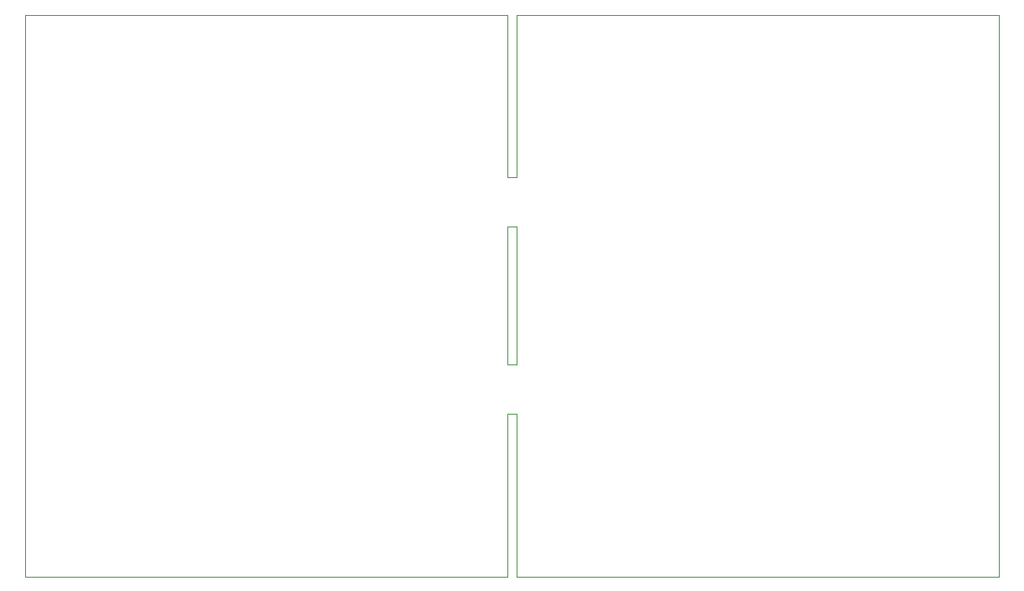
<source format=gm1>
G04 #@! TF.GenerationSoftware,KiCad,Pcbnew,5.1.5+dfsg1-2build2*
G04 #@! TF.CreationDate,2022-06-18T16:31:26+03:00*
G04 #@! TF.ProjectId,pico-panel,7069636f-2d70-4616-9e65-6c2e6b696361,rev?*
G04 #@! TF.SameCoordinates,Original*
G04 #@! TF.FileFunction,Profile,NP*
%FSLAX46Y46*%
G04 Gerber Fmt 4.6, Leading zero omitted, Abs format (unit mm)*
G04 Created by KiCad (PCBNEW 5.1.5+dfsg1-2build2) date 2022-06-18 16:31:26*
%MOMM*%
%LPD*%
G04 APERTURE LIST*
%ADD10C,0.100000*%
G04 APERTURE END LIST*
D10*
X63760000Y-36466666D02*
X64760000Y-36466666D01*
X63760000Y-50433333D02*
X63760000Y-36466666D01*
X64760000Y-50433333D02*
X63760000Y-50433333D01*
X64760000Y-36466666D02*
X64760000Y-50433333D01*
X64760000Y-31466666D02*
X64260000Y-31466666D01*
X64760000Y-15000000D02*
X64760000Y-31466666D01*
X113530000Y-15000000D02*
X64760000Y-15000000D01*
X113530000Y-71900000D02*
X113530000Y-15000000D01*
X64760000Y-71900000D02*
X113530000Y-71900000D01*
X64760000Y-55433333D02*
X64760000Y-71900000D01*
X63760000Y-55433333D02*
X64760000Y-55433333D01*
X63760000Y-71900000D02*
X63760000Y-55433333D01*
X15000000Y-71900000D02*
X63760000Y-71900000D01*
X15000000Y-15000000D02*
X15000000Y-71900000D01*
X63760000Y-15000000D02*
X15000000Y-15000000D01*
X63760000Y-31466666D02*
X63760000Y-15000000D01*
X64260000Y-31466666D02*
X63760000Y-31466666D01*
M02*

</source>
